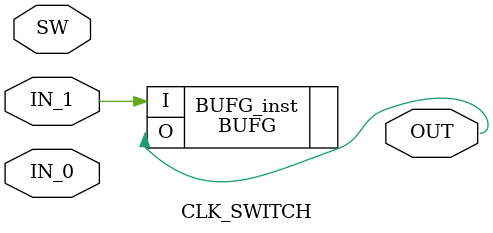
<source format=v>


module CLK_SWITCH (   
input       IN_0,
input       IN_1,
input       SW  ,
output      OUT 

);

//BUFGMUX U_BUFGMUX (
//.O          (OUT        ),
//.I0         (IN_0       ),
//.I1         (IN_1       ),
//.S          (SW         ));

//assign mux_out = (sel) ? din_1 : din_0;

//assign OUT=SW?IN_1:IN_0;


BUFG BUFG_inst (
.O(OUT), // 1-bit output: Clock buffer output
.I(IN_1) // 1-bit input: Clock buffer input
);


endmodule

</source>
